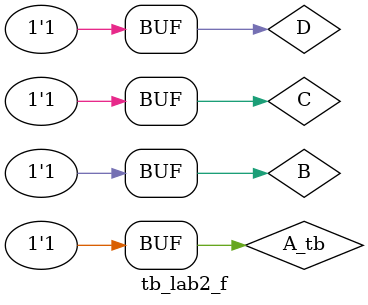
<source format=v>
`timescale 1ns / 1ps


module tb_lab2_f(

    );
    reg A_tb, B,C,D;
    wire F;
    
    f_lab2 uut(
    .A(A_tb),
    .B(B),
    .C(C),
    .D(D),
    .F(F)
    );
    
    
    initial begin
    A_tb=1'b0; B=1'b0;C=1'b0;D=1'b0;#50;
    A_tb=1'b0; B=1'b0;C=1'b0;D=1'b1;#50;
    A_tb=1'b0; B=1'b0;C=1'b1;D=1'b0;#50;
    A_tb=1'b0; B=1'b0;C=1'b1;D=1'b1;#50;
    A_tb=1'b0; B=1'b1;C=1'b0;D=1'b0;#50;
    A_tb=1'b0; B=1'b1;C=1'b0;D=1'b1;#50;
    A_tb=1'b0; B=1'b1;C=1'b1;D=1'b0;#50;
    A_tb=1'b0; B=1'b1;C=1'b1;D=1'b1;#50;
    A_tb=1'b1; B=1'b0;C=1'b0;D=1'b0;#50;
    A_tb=1'b1; B=1'b0;C=1'b0;D=1'b1;#50;
    A_tb=1'b1; B=1'b0;C=1'b1;D=1'b0;#50;
    A_tb=1'b1; B=1'b0;C=1'b1;D=1'b1;#50;
    A_tb=1'b1; B=1'b1;C=1'b0;D=1'b0;#50;
    A_tb=1'b1; B=1'b1;C=1'b0;D=1'b1;#50;
    A_tb=1'b1; B=1'b1;C=1'b1;D=1'b0;#50;
    A_tb=1'b1; B=1'b1;C=1'b1;D=1'b1;#50;
    
    end
    
    
    
    
    
    
    
    
    
endmodule

</source>
